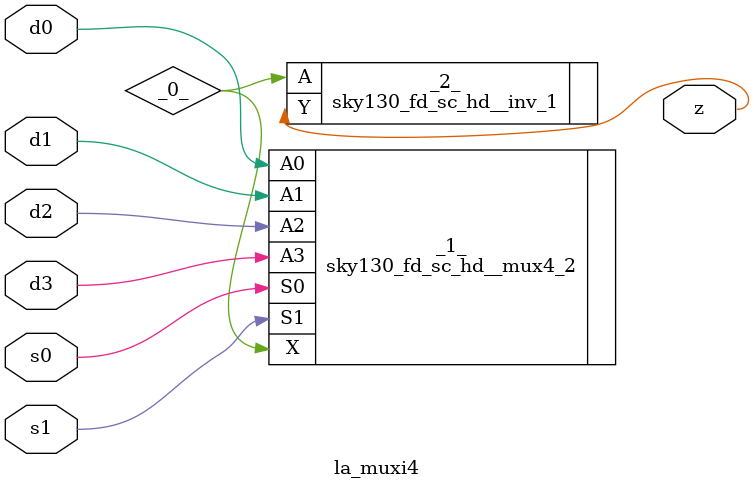
<source format=v>

/* Generated by Yosys 0.44 (git sha1 80ba43d26, g++ 11.4.0-1ubuntu1~22.04 -fPIC -O3) */

(* top =  1  *)
(* src = "inputs/la_muxi4.v:10.1-24.10" *)
module la_muxi4 (
    d0,
    d1,
    d2,
    d3,
    s0,
    s1,
    z
);
  wire _0_;
  (* src = "inputs/la_muxi4.v:13.12-13.14" *)
  input d0;
  wire d0;
  (* src = "inputs/la_muxi4.v:14.12-14.14" *)
  input d1;
  wire d1;
  (* src = "inputs/la_muxi4.v:15.12-15.14" *)
  input d2;
  wire d2;
  (* src = "inputs/la_muxi4.v:16.12-16.14" *)
  input d3;
  wire d3;
  (* src = "inputs/la_muxi4.v:17.12-17.14" *)
  input s0;
  wire s0;
  (* src = "inputs/la_muxi4.v:18.12-18.14" *)
  input s1;
  wire s1;
  (* src = "inputs/la_muxi4.v:19.12-19.13" *)
  output z;
  wire z;
  sky130_fd_sc_hd__mux4_2 _1_ (
      .A0(d0),
      .A1(d1),
      .A2(d2),
      .A3(d3),
      .S0(s0),
      .S1(s1),
      .X (_0_)
  );
  sky130_fd_sc_hd__inv_1 _2_ (
      .A(_0_),
      .Y(z)
  );
endmodule

</source>
